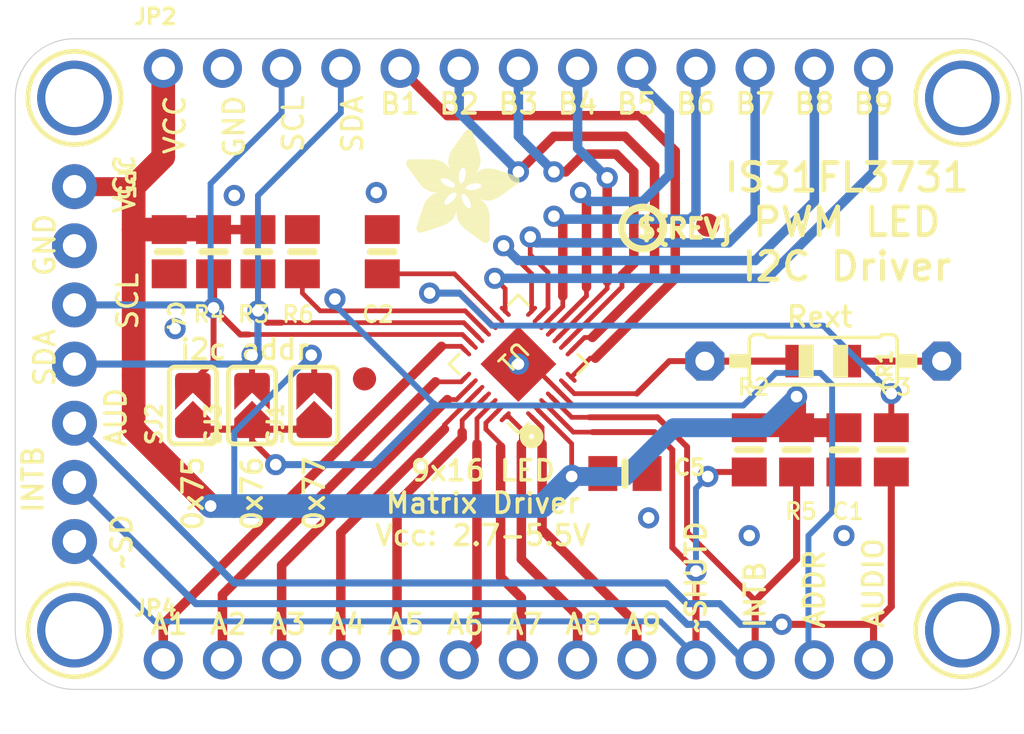
<source format=kicad_pcb>
(kicad_pcb (version 20241229) (generator "pcbnew") (generator_version "9.0")
  (layers (0 "F.Cu" signal) (2 "B.Cu" signal) (13 "F.Paste" user) (15 "B.Paste" user) (5 "F.SilkS" user "F.Silkscreen") (7 "B.SilkS" user "B.Silkscreen") (1 "F.Mask" user) (3 "B.Mask" user) (25 "Edge.Cuts" user))
  (net 0 "")
  (net 1 "VCC")
  (net 2 "GND")
  (net 3 "CB1")
  (net 4 "CB2")
  (net 5 "CB3")
  (net 6 "CB4")
  (net 7 "CB5")
  (net 8 "CB6")
  (net 9 "CB7")
  (net 10 "CB8")
  (net 11 "CB9")
  (net 12 "CA1")
  (net 13 "CA2")
  (net 14 "CA3")
  (net 15 "CA4")
  (net 16 "CA5")
  (net 17 "CA6")
  (net 18 "CA7")
  (net 19 "CA8")
  (net 20 "CA9")
  (net 21 "ADDR")
  (net 22 "INTB")
  (net 23 "SCL")
  (net 24 "SDA")
  (net 25 "SHUTDOWN")
  (net 26 "AUDIOIN")
  (net 27 "N$3")
  (net 28 "N$2")
  (net 29 "N$1")
  (footprint "Adafruit IS31FL3731 Breakout:MOUNTINGHOLE_2.5_PLATED" (layer "F.Cu") (at 129.4511 93.5736 180)
    (property "Reference" "U$5" (hide yes))
    (property "Value" "MOUNTINGHOLE2.5" (hide yes))
    (pad "P$1" thru_hole circle (at 0 0 180) (size 3.2 3.2) (drill 2.5) (layers "*.Cu" "*.Mask"))
  )
  (footprint "Adafruit IS31FL3731 Breakout:1X13_ROUND_70" (layer "F.Cu") (at 148.5011 92.3036)
    (property "Reference" "JP2" (at -16.5862 -1.8288 0) (layer "F.SilkS") (effects (font (size 0.666496 0.666496) (thickness 0.146304)) (justify left bottom)))
    (property "Value" "")
    (pad "1" thru_hole circle (at -15.24 0 90) (size 1.6764 1.6764) (drill 1) (layers "*.Cu" "*.Mask") (net 1 "VCC"))
    (pad "2" thru_hole circle (at -12.7 0 90) (size 1.6764 1.6764) (drill 1) (layers "*.Cu" "*.Mask") (net 2 "GND"))
    (pad "3" thru_hole circle (at -10.16 0 90) (size 1.6764 1.6764) (drill 1) (layers "*.Cu" "*.Mask") (net 23 "SCL"))
    (pad "4" thru_hole circle (at -7.62 0 90) (size 1.6764 1.6764) (drill 1) (layers "*.Cu" "*.Mask") (net 24 "SDA"))
    (pad "5" thru_hole circle (at -5.08 0 90) (size 1.6764 1.6764) (drill 1) (layers "*.Cu" "*.Mask") (net 3 "CB1"))
    (pad "6" thru_hole circle (at -2.54 0 90) (size 1.6764 1.6764) (drill 1) (layers "*.Cu" "*.Mask") (net 4 "CB2"))
    (pad "7" thru_hole circle (at 0 0 90) (size 1.6764 1.6764) (drill 1) (layers "*.Cu" "*.Mask") (net 5 "CB3"))
    (pad "8" thru_hole circle (at 2.54 0 90) (size 1.6764 1.6764) (drill 1) (layers "*.Cu" "*.Mask") (net 6 "CB4"))
    (pad "9" thru_hole circle (at 5.08 0 90) (size 1.6764 1.6764) (drill 1) (layers "*.Cu" "*.Mask") (net 7 "CB5"))
    (pad "10" thru_hole circle (at 7.62 0 90) (size 1.6764 1.6764) (drill 1) (layers "*.Cu" "*.Mask") (net 8 "CB6"))
    (pad "11" thru_hole circle (at 10.16 0 90) (size 1.6764 1.6764) (drill 1) (layers "*.Cu" "*.Mask") (net 9 "CB7"))
    (pad "12" thru_hole circle (at 12.7 0 90) (size 1.6764 1.6764) (drill 1) (layers "*.Cu" "*.Mask") (net 10 "CB8"))
    (pad "13" thru_hole circle (at 15.24 0 90) (size 1.6764 1.6764) (drill 1) (layers "*.Cu" "*.Mask") (net 11 "CB9"))
  )
  (footprint "Adafruit IS31FL3731 Breakout:SOLDERJUMPER_ARROW_NOPASTE" (layer "F.Cu") (at 134.5311 106.7816 90)
    (property "Reference" "SJ2" (at -1.778 -1.27 90) (layer "F.SilkS") (effects (font (size 0.666496 0.666496) (thickness 0.146304)) (justify left bottom)))
    (property "Value" "")
    (fp_poly (pts (xy 0.201021 0) (xy -0.560979 0.762) (xy -1.1684 0.762) (xy -1.1684 -0.762) (xy -0.560979 -0.762)) (fill yes) (layer "F.Cu"))
    (fp_poly (pts (xy 1.1684 0.762) (xy -0.186831 0.762) (xy 0.548892 0) (xy -0.186831 -0.762) (xy 1.1684 -0.762)) (fill yes) (layer "F.Cu"))
    (pad "1" smd roundrect (at -1.016 0 90) (size 0.762 1.524) (layers "F.Cu") (net 21 "ADDR"))
    (pad "2" smd roundrect (at 1.016 0 90) (size 0.762 1.524) (layers "F.Cu") (net 23 "SCL"))
  )
  (footprint "Adafruit IS31FL3731 Breakout:0805-NO" (layer "F.Cu") (at 153.0731 109.7026)
    (property "Reference" "C5" (at 2.032 0.127 0) (layer "F.SilkS") (effects (font (size 0.666496 0.666496) (thickness 0.146304)) (justify left bottom)))
    (property "Value" "0.1uF")
    (pad "1" smd rect (at -0.95 0) (size 1.24 1.5) (layers "F.Cu" "F.Mask" "F.Paste") (net 1 "VCC"))
    (pad "2" smd rect (at 0.95 0) (size 1.24 1.5) (layers "F.Cu" "F.Mask" "F.Paste") (net 2 "GND"))
  )
  (footprint "Adafruit IS31FL3731 Breakout:PCBFEAT-REV-040" (layer "F.Cu") (at 153.8351 99.1616)
    (property "Reference" "U$11" (hide yes))
    (property "Value" "" (hide yes))
    (fp_text user "${REV}" (at -0.3556 0.508 0) (layer "F.SilkS") (effects (font (size 0.8128 0.8128) (thickness 0.2032)) (justify left bottom)))
  )
  (footprint "Adafruit IS31FL3731 Breakout:FIDUCIAL_1MM" (layer "F.Cu") (at 156.6291 99.0346 180)
    (property "Reference" "FID1" (hide yes))
    (property "Value" "FIDUCIAL\"\"" (hide yes))
    (pad "1" smd roundrect (at 0 0 180) (size 1 1) (layers "F.Cu" "F.Mask") (roundrect_rratio 0.5))
  )
  (footprint "Adafruit IS31FL3731 Breakout:0805-NO" (layer "F.Cu") (at 160.4391 108.6866 90)
    (property "Reference" "R5" (at -3.048 -0.5715 0) (layer "F.SilkS") (effects (font (size 0.692831 0.692831) (thickness 0.119969)) (justify left bottom)))
    (property "Value" "20K")
    (pad "1" smd rect (at -0.95 0 90) (size 1.24 1.5) (layers "F.Cu" "F.Mask" "F.Paste") (net 22 "INTB"))
    (pad "2" smd rect (at 0.95 0 90) (size 1.24 1.5) (layers "F.Cu" "F.Mask" "F.Paste") (net 1 "VCC"))
  )
  (footprint "Adafruit IS31FL3731 Breakout:0805-NO" (layer "F.Cu") (at 135.4201 100.1776 90)
    (property "Reference" "R4" (at -2.286 0.5715 0) (layer "F.SilkS") (effects (font (size 0.692831 0.692831) (thickness 0.119969)) (justify right top)))
    (property "Value" "20K")
    (pad "1" smd rect (at -0.95 0 90) (size 1.24 1.5) (layers "F.Cu" "F.Mask" "F.Paste") (net 23 "SCL"))
    (pad "2" smd rect (at 0.95 0 90) (size 1.24 1.5) (layers "F.Cu" "F.Mask" "F.Paste") (net 1 "VCC"))
  )
  (footprint "Adafruit IS31FL3731 Breakout:FIDUCIAL_1MM" (layer "F.Cu") (at 141.8971 105.6386 180)
    (property "Reference" "FID2" (hide yes))
    (property "Value" "FIDUCIAL\"\"" (hide yes))
    (pad "1" smd roundrect (at 0 0 180) (size 1 1) (layers "F.Cu" "F.Mask") (roundrect_rratio 0.5))
  )
  (footprint "Adafruit IS31FL3731 Breakout:1X13_ROUND_70" (layer "F.Cu") (at 148.5011 117.7036)
    (property "Reference" "JP4" (at -16.5862 -1.8288 0) (layer "F.SilkS") (effects (font (size 0.666496 0.666496) (thickness 0.146304)) (justify left bottom)))
    (property "Value" "")
    (pad "1" thru_hole circle (at -15.24 0 90) (size 1.6764 1.6764) (drill 1) (layers "*.Cu" "*.Mask") (net 12 "CA1"))
    (pad "2" thru_hole circle (at -12.7 0 90) (size 1.6764 1.6764) (drill 1) (layers "*.Cu" "*.Mask") (net 13 "CA2"))
    (pad "3" thru_hole circle (at -10.16 0 90) (size 1.6764 1.6764) (drill 1) (layers "*.Cu" "*.Mask") (net 14 "CA3"))
    (pad "4" thru_hole circle (at -7.62 0 90) (size 1.6764 1.6764) (drill 1) (layers "*.Cu" "*.Mask") (net 15 "CA4"))
    (pad "5" thru_hole circle (at -5.08 0 90) (size 1.6764 1.6764) (drill 1) (layers "*.Cu" "*.Mask") (net 16 "CA5"))
    (pad "6" thru_hole circle (at -2.54 0 90) (size 1.6764 1.6764) (drill 1) (layers "*.Cu" "*.Mask") (net 17 "CA6"))
    (pad "7" thru_hole circle (at 0 0 90) (size 1.6764 1.6764) (drill 1) (layers "*.Cu" "*.Mask") (net 18 "CA7"))
    (pad "8" thru_hole circle (at 2.54 0 90) (size 1.6764 1.6764) (drill 1) (layers "*.Cu" "*.Mask") (net 19 "CA8"))
    (pad "9" thru_hole circle (at 5.08 0 90) (size 1.6764 1.6764) (drill 1) (layers "*.Cu" "*.Mask") (net 20 "CA9"))
    (pad "10" thru_hole circle (at 7.62 0 90) (size 1.6764 1.6764) (drill 1) (layers "*.Cu" "*.Mask") (net 25 "SHUTDOWN"))
    (pad "11" thru_hole circle (at 10.16 0 90) (size 1.6764 1.6764) (drill 1) (layers "*.Cu" "*.Mask") (net 22 "INTB"))
    (pad "12" thru_hole circle (at 12.7 0 90) (size 1.6764 1.6764) (drill 1) (layers "*.Cu" "*.Mask") (net 21 "ADDR"))
    (pad "13" thru_hole circle (at 15.24 0 90) (size 1.6764 1.6764) (drill 1) (layers "*.Cu" "*.Mask") (net 26 "AUDIOIN"))
  )
  (footprint "Adafruit IS31FL3731 Breakout:1X07_ROUND_76" (layer "F.Cu") (at 129.4511 105.0036 -90)
    (property "Reference" "JP5" (at -8.9662 -1.8288 270) (layer "F.SilkS") (effects (font (size 0.666496 0.666496) (thickness 0.146304)) (justify left bottom)))
    (property "Value" "")
    (pad "1" thru_hole circle (at -7.62 0) (size 1.9304 1.9304) (drill 1) (layers "*.Cu" "*.Mask") (net 1 "VCC"))
    (pad "2" thru_hole circle (at -5.08 0) (size 1.9304 1.9304) (drill 1) (layers "*.Cu" "*.Mask") (net 2 "GND"))
    (pad "3" thru_hole circle (at -2.54 0) (size 1.9304 1.9304) (drill 1) (layers "*.Cu" "*.Mask") (net 23 "SCL"))
    (pad "4" thru_hole circle (at 0 0) (size 1.9304 1.9304) (drill 1) (layers "*.Cu" "*.Mask") (net 24 "SDA"))
    (pad "5" thru_hole circle (at 2.54 0) (size 1.9304 1.9304) (drill 1) (layers "*.Cu" "*.Mask") (net 26 "AUDIOIN"))
    (pad "6" thru_hole circle (at 5.08 0) (size 1.9304 1.9304) (drill 1) (layers "*.Cu" "*.Mask") (net 22 "INTB"))
    (pad "7" thru_hole circle (at 7.62 0) (size 1.9304 1.9304) (drill 1) (layers "*.Cu" "*.Mask") (net 25 "SHUTDOWN"))
  )
  (footprint "Adafruit IS31FL3731 Breakout:SOLDERJUMPER_ARROW_NOPASTE" (layer "F.Cu") (at 137.0711 106.7816 90)
    (property "Reference" "SJ3" (at -1.778 -1.27 90) (layer "F.SilkS") (effects (font (size 0.666496 0.666496) (thickness 0.146304)) (justify left bottom)))
    (property "Value" "")
    (fp_poly (pts (xy 0.201021 0) (xy -0.560979 0.762) (xy -1.1684 0.762) (xy -1.1684 -0.762) (xy -0.560979 -0.762)) (fill yes) (layer "F.Cu"))
    (fp_poly (pts (xy 1.1684 0.762) (xy -0.186831 0.762) (xy 0.548892 0) (xy -0.186831 -0.762) (xy 1.1684 -0.762)) (fill yes) (layer "F.Cu"))
    (pad "1" smd roundrect (at -1.016 0 90) (size 0.762 1.524) (layers "F.Cu") (net 21 "ADDR"))
    (pad "2" smd roundrect (at 1.016 0 90) (size 0.762 1.524) (layers "F.Cu") (net 24 "SDA"))
  )
  (footprint "Adafruit IS31FL3731 Breakout:0805-NO" (layer "F.Cu") (at 158.4071 108.6866 -90)
    (property "Reference" "R2" (at -2.286 0.5715 0) (layer "F.SilkS") (effects (font (size 0.692831 0.692831) (thickness 0.119969)) (justify left bottom)))
    (property "Value" "20K")
    (pad "1" smd rect (at -0.95 0 270) (size 1.24 1.5) (layers "F.Cu" "F.Mask" "F.Paste") (net 1 "VCC"))
    (pad "2" smd rect (at 0.95 0 270) (size 1.24 1.5) (layers "F.Cu" "F.Mask" "F.Paste") (net 25 "SHUTDOWN"))
  )
  (footprint "Adafruit IS31FL3731 Breakout:MOUNTINGHOLE_2.5_PLATED" (layer "F.Cu") (at 167.5511 116.4336 180)
    (property "Reference" "U$4" (hide yes))
    (property "Value" "MOUNTINGHOLE2.5" (hide yes))
    (pad "P$1" thru_hole circle (at 0 0 180) (size 3.2 3.2) (drill 2.5) (layers "*.Cu" "*.Mask"))
  )
  (footprint "Adafruit IS31FL3731 Breakout:MOUNTINGHOLE_2.5_PLATED" (layer "F.Cu") (at 167.5511 93.5736 180)
    (property "Reference" "U$6" (hide yes))
    (property "Value" "MOUNTINGHOLE2.5" (hide yes))
    (pad "P$1" thru_hole circle (at 0 0 180) (size 3.2 3.2) (drill 2.5) (layers "*.Cu" "*.Mask"))
  )
  (footprint "Adafruit IS31FL3731 Breakout:0805-NO" (layer "F.Cu") (at 137.3251 100.1776 90)
    (property "Reference" "R3" (at -2.286 0.5715 0) (layer "F.SilkS") (effects (font (size 0.692831 0.692831) (thickness 0.119969)) (justify right top)))
    (property "Value" "20K")
    (pad "1" smd rect (at -0.95 0 90) (size 1.24 1.5) (layers "F.Cu" "F.Mask" "F.Paste") (net 24 "SDA"))
    (pad "2" smd rect (at 0.95 0 90) (size 1.24 1.5) (layers "F.Cu" "F.Mask" "F.Paste") (net 1 "VCC"))
  )
  (footprint "Adafruit IS31FL3731 Breakout:MOUNTINGHOLE_2.5_PLATED" (layer "F.Cu") (at 129.4511 116.4336 180)
    (property "Reference" "U$3" (hide yes))
    (property "Value" "MOUNTINGHOLE2.5" (hide yes))
    (pad "P$1" thru_hole circle (at 0 0 180) (size 3.2 3.2) (drill 2.5) (layers "*.Cu" "*.Mask"))
  )
  (footprint "Adafruit IS31FL3731 Breakout:SOLDERJUMPER_ARROW_NOPASTE" (layer "F.Cu") (at 139.7381 106.7816 90)
    (property "Reference" "SJ1" (at -1.778 -1.27 90) (layer "F.SilkS") (effects (font (size 0.666496 0.666496) (thickness 0.146304)) (justify left bottom)))
    (property "Value" "")
    (fp_poly (pts (xy 0.201021 0) (xy -0.560979 0.762) (xy -1.1684 0.762) (xy -1.1684 -0.762) (xy -0.560979 -0.762)) (fill yes) (layer "F.Cu"))
    (fp_poly (pts (xy 1.1684 0.762) (xy -0.186831 0.762) (xy 0.548892 0) (xy -0.186831 -0.762) (xy 1.1684 -0.762)) (fill yes) (layer "F.Cu"))
    (pad "1" smd roundrect (at -1.016 0 90) (size 0.762 1.524) (layers "F.Cu") (net 21 "ADDR"))
    (pad "2" smd roundrect (at 1.016 0 90) (size 0.762 1.524) (layers "F.Cu") (net 1 "VCC"))
  )
  (footprint "Adafruit IS31FL3731 Breakout:QFN28_4MM_0.4MM" (layer "F.Cu") (at 148.5011 105.0036 135)
    (property "Reference" "U1" (at 0.782239 0.818345 -135) (layer "F.SilkS") (effects (font (size 0.692831 0.692831) (thickness 0.119969)) (justify left bottom)))
    (property "Value" "IS31FL3731-SALS2")
    (pad "1" smd roundrect (at -2 -1.200001 225) (size 0.18 0.6) (layers "F.Cu" "F.Mask" "F.Paste") (roundrect_rratio 0.5) (net 20 "CA9"))
    (pad "2" smd roundrect (at -2 -0.8 225) (size 0.18 0.6) (layers "F.Cu" "F.Mask" "F.Paste") (roundrect_rratio 0.5) (net 1 "VCC"))
    (pad "3" smd roundrect (at -2 -0.4 225) (size 0.18 0.6) (layers "F.Cu" "F.Mask" "F.Paste") (roundrect_rratio 0.5) (net 25 "SHUTDOWN"))
    (pad "4" smd roundrect (at -2.000001 0 225) (size 0.18 0.6) (layers "F.Cu" "F.Mask" "F.Paste") (roundrect_rratio 0.5) (net 22 "INTB"))
    (pad "5" smd roundrect (at -2 0.4 225) (size 0.18 0.6) (layers "F.Cu" "F.Mask" "F.Paste") (roundrect_rratio 0.5) (net 2 "GND"))
    (pad "6" smd roundrect (at -2 0.8 225) (size 0.18 0.6) (layers "F.Cu" "F.Mask" "F.Paste") (roundrect_rratio 0.5) (net 28 "N$2"))
    (pad "7" smd roundrect (at -2 1.200001 225) (size 0.18 0.6) (layers "F.Cu" "F.Mask" "F.Paste") (roundrect_rratio 0.5) (net 3 "CB1"))
    (pad "8" smd roundrect (at -1.200001 2 315) (size 0.18 0.6) (layers "F.Cu" "F.Mask" "F.Paste") (roundrect_rratio 0.5) (net 4 "CB2"))
    (pad "9" smd roundrect (at -0.8 2 315) (size 0.18 0.6) (layers "F.Cu" "F.Mask" "F.Paste") (roundrect_rratio 0.5) (net 5 "CB3"))
    (pad "10" smd roundrect (at -0.4 2 315) (size 0.18 0.6) (layers "F.Cu" "F.Mask" "F.Paste") (roundrect_rratio 0.5) (net 6 "CB4"))
    (pad "11" smd roundrect (at 0 2.000001 315) (size 0.18 0.6) (layers "F.Cu" "F.Mask" "F.Paste") (roundrect_rratio 0.5) (net 7 "CB5"))
    (pad "12" smd roundrect (at 0.4 2 315) (size 0.18 0.6) (layers "F.Cu" "F.Mask" "F.Paste") (roundrect_rratio 0.5) (net 8 "CB6"))
    (pad "13" smd roundrect (at 0.8 2 315) (size 0.18 0.6) (layers "F.Cu" "F.Mask" "F.Paste") (roundrect_rratio 0.5) (net 9 "CB7"))
    (pad "14" smd roundrect (at 1.200001 2 315) (size 0.18 0.6) (layers "F.Cu" "F.Mask" "F.Paste") (roundrect_rratio 0.5) (net 10 "CB8"))
    (pad "15" smd roundrect (at 2 1.200001 45) (size 0.18 0.6) (layers "F.Cu" "F.Mask" "F.Paste") (roundrect_rratio 0.5) (net 11 "CB9"))
    (pad "16" smd roundrect (at 2 0.8 45) (size 0.18 0.6) (layers "F.Cu" "F.Mask" "F.Paste") (roundrect_rratio 0.5) (net 29 "N$1"))
    (pad "17" smd roundrect (at 2 0.4 45) (size 0.18 0.6) (layers "F.Cu" "F.Mask" "F.Paste") (roundrect_rratio 0.5) (net 27 "N$3"))
    (pad "18" smd roundrect (at 2.000001 0 45) (size 0.18 0.6) (layers "F.Cu" "F.Mask" "F.Paste") (roundrect_rratio 0.5) (net 21 "ADDR"))
    (pad "19" smd roundrect (at 2 -0.4 45) (size 0.18 0.6) (layers "F.Cu" "F.Mask" "F.Paste") (roundrect_rratio 0.5) (net 24 "SDA"))
    (pad "20" smd roundrect (at 2 -0.8 45) (size 0.18 0.6) (layers "F.Cu" "F.Mask" "F.Paste") (roundrect_rratio 0.5) (net 23 "SCL"))
    (pad "21" smd roundrect (at 2 -1.200001 45) (size 0.18 0.6) (layers "F.Cu" "F.Mask" "F.Paste") (roundrect_rratio 0.5) (net 12 "CA1"))
    (pad "22" smd roundrect (at 1.200001 -2 135) (size 0.18 0.6) (layers "F.Cu" "F.Mask" "F.Paste") (roundrect_rratio 0.5) (net 13 "CA2"))
    (pad "23" smd roundrect (at 0.8 -2 135) (size 0.18 0.6) (layers "F.Cu" "F.Mask" "F.Paste") (roundrect_rratio 0.5) (net 14 "CA3"))
    (pad "24" smd roundrect (at 0.4 -2 135) (size 0.18 0.6) (layers "F.Cu" "F.Mask" "F.Paste") (roundrect_rratio 0.5) (net 15 "CA4"))
    (pad "25" smd roundrect (at 0 -2.000001 135) (size 0.18 0.6) (layers "F.Cu" "F.Mask" "F.Paste") (roundrect_rratio 0.5) (net 16 "CA5"))
    (pad "26" smd roundrect (at -0.4 -2 135) (size 0.18 0.6) (layers "F.Cu" "F.Mask" "F.Paste") (roundrect_rratio 0.5) (net 17 "CA6"))
    (pad "27" smd roundrect (at -0.8 -2 135) (size 0.18 0.6) (layers "F.Cu" "F.Mask" "F.Paste") (roundrect_rratio 0.5) (net 18 "CA7"))
    (pad "28" smd roundrect (at -1.200001 -2 135) (size 0.18 0.6) (layers "F.Cu" "F.Mask" "F.Paste") (roundrect_rratio 0.5) (net 19 "CA8"))
    (pad "THERMAL" smd rect (at 0 0 135) (size 2.3 2.3) (layers "F.Cu" "F.Mask") (net 2 "GND"))
  )
  (footprint "Adafruit IS31FL3731 Breakout:0805-NO" (layer "F.Cu") (at 142.6591 100.1776 90)
    (property "Reference" "C2" (at -2.286 0.5715 0) (layer "F.SilkS") (effects (font (size 0.692831 0.692831) (thickness 0.119969)) (justify right top)))
    (property "Value" "0.1uF")
    (pad "1" smd rect (at -0.95 0 90) (size 1.24 1.5) (layers "F.Cu" "F.Mask" "F.Paste") (net 29 "N$1"))
    (pad "2" smd rect (at 0.95 0 90) (size 1.24 1.5) (layers "F.Cu" "F.Mask" "F.Paste") (net 2 "GND"))
  )
  (footprint "Adafruit IS31FL3731 Breakout:0805-NO" (layer "F.Cu") (at 139.2301 100.1776 -90)
    (property "Reference" "R6" (at 2.286 -0.5715 0) (layer "F.SilkS") (effects (font (size 0.692831 0.692831) (thickness 0.119969)) (justify right top)))
    (property "Value" "20K")
    (pad "1" smd rect (at -0.95 0 270) (size 1.24 1.5) (layers "F.Cu" "F.Mask" "F.Paste") (net 2 "GND"))
    (pad "2" smd rect (at 0.95 0 270) (size 1.24 1.5) (layers "F.Cu" "F.Mask" "F.Paste") (net 21 "ADDR"))
  )
  (footprint "Adafruit IS31FL3731 Breakout:0805-NO" (layer "F.Cu") (at 133.5151 100.1776 -90)
    (property "Reference" "C4" (at 2.032 0.127 270) (layer "F.SilkS") (effects (font (size 0.666496 0.666496) (thickness 0.146304)) (justify left bottom)))
    (property "Value" "10uF")
    (pad "1" smd rect (at -0.95 0 270) (size 1.24 1.5) (layers "F.Cu" "F.Mask" "F.Paste") (net 1 "VCC"))
    (pad "2" smd rect (at 0.95 0 270) (size 1.24 1.5) (layers "F.Cu" "F.Mask" "F.Paste") (net 2 "GND"))
  )
  (footprint "Adafruit IS31FL3731 Breakout:0805-NO" (layer "F.Cu") (at 162.4711 108.6866 -90)
    (property "Reference" "C1" (at 3.048 0.5715 0) (layer "F.SilkS") (effects (font (size 0.692831 0.692831) (thickness 0.119969)) (justify left bottom)))
    (property "Value" "10uF")
    (pad "1" smd rect (at -0.95 0 270) (size 1.24 1.5) (layers "F.Cu" "F.Mask" "F.Paste") (net 1 "VCC"))
    (pad "2" smd rect (at 0.95 0 270) (size 1.24 1.5) (layers "F.Cu" "F.Mask" "F.Paste") (net 2 "GND"))
  )
  (footprint "Adafruit IS31FL3731 Breakout:0805-NO" (layer "F.Cu") (at 164.5031 108.6866 -90)
    (property "Reference" "C3" (at -2.286 0.5715 0) (layer "F.SilkS") (effects (font (size 0.692831 0.692831) (thickness 0.119969)) (justify left bottom)))
    (property "Value" "0.22uF")
    (pad "1" smd rect (at -0.95 0 270) (size 1.24 1.5) (layers "F.Cu" "F.Mask" "F.Paste") (net 27 "N$3"))
    (pad "2" smd rect (at 0.95 0 270) (size 1.24 1.5) (layers "F.Cu" "F.Mask" "F.Paste") (net 26 "AUDIOIN"))
  )
  (footprint "Adafruit IS31FL3731 Breakout:ADAFRUIT_5MM" (layer "F.Cu") (at 143.6751 99.7966)
    (property "Reference" "U$10" (hide yes))
    (property "Value" "" (hide yes))
  )
  (footprint "Adafruit IS31FL3731 Breakout:0805-THM" (layer "F.Cu") (at 161.5821 104.8766 180)
    (property "Reference" "R1" (at -2.286 0.5715 90) (layer "F.SilkS") (effects (font (size 0.60706 0.60706) (thickness 0.20574)) (justify right top)))
    (property "Value" "20K")
    (fp_line (start 1 0) (end 5.1 0) (stroke (width 0.3048)) (layer "F.Cu"))
    (fp_line (start -4.5 0) (end -1.1 0) (stroke (width 0.3048)) (layer "F.Cu"))
    (fp_poly (pts (xy 0.4254 0.7) (xy 1.6254 0.7) (xy 1.6254 -0.7) (xy 0.4254 -0.7)) (fill yes) (layer "F.Cu"))
    (fp_poly (pts (xy -1.6254 0.7) (xy -0.4254 0.7) (xy -0.4254 -0.7) (xy -1.6254 -0.7)) (fill yes) (layer "F.Cu"))
    (pad "1" thru_hole roundrect (at -5.08 0 180) (size 1.6764 1.6764) (drill 0.8128) (layers "*.Cu" "*.Mask") (chamfer_ratio 0.2928932188) (chamfer top_left top_right bottom_left bottom_right) (net 2 "GND"))
    (pad "2" thru_hole roundrect (at 5.08 0 180) (size 1.6764 1.6764) (drill 0.8128) (layers "*.Cu" "*.Mask") (chamfer_ratio 0.2928932188) (chamfer top_left top_right bottom_left bottom_right) (net 28 "N$2"))
  )
  (gr_line (start 170.0911 93.5736) (end 170.0911 116.4336) (stroke (width 0.05)) (layer "Edge.Cuts"))
  (gr_arc (start 170.0911 116.4336) (mid 169.347151 118.229651) (end 167.5511 118.9736) (stroke (width 0.05)) (layer "Edge.Cuts"))
  (gr_line (start 167.5511 118.9736) (end 129.4511 118.9736) (stroke (width 0.05)) (layer "Edge.Cuts"))
  (gr_line (start 126.9111 116.4336) (end 126.9111 93.5736) (stroke (width 0.05)) (layer "Edge.Cuts"))
  (gr_line (start 129.4511 91.0336) (end 167.5511 91.0336) (stroke (width 0.05)) (layer "Edge.Cuts"))
  (gr_arc (start 167.5511 91.0336) (mid 169.347151 91.777549) (end 170.0911 93.5736) (stroke (width 0.05)) (layer "Edge.Cuts"))
  (gr_arc (start 129.4511 118.9736) (mid 127.655049 118.229651) (end 126.9111 116.4336) (stroke (width 0.05)) (layer "Edge.Cuts"))
  (gr_arc (start 126.9111 93.5736) (mid 127.655049 91.777549) (end 129.4511 91.0336) (stroke (width 0.05)) (layer "Edge.Cuts"))
  (gr_text "B3" (at 148.5011 93.8276 0) (layer "F.SilkS") (effects (font (size 0.8636 0.8636) (thickness 0.1524))))
  (gr_text "B7" (at 158.6611 93.8276 0) (layer "F.SilkS") (effects (font (size 0.8636 0.8636) (thickness 0.1524))))
  (gr_text "AUDIO" (at 163.7411 114.4016 90) (layer "F.SilkS") (effects (font (size 0.8636 0.8636) (thickness 0.1524))))
  (gr_text "B8" (at 161.2011 93.8276 0) (layer "F.SilkS") (effects (font (size 0.8636 0.8636) (thickness 0.1524))))
  (gr_text "ADDR" (at 161.2011 114.6556 90) (layer "F.SilkS") (effects (font (size 0.8636 0.8636) (thickness 0.1524))))
  (gr_text "A4" (at 141.1351 116.1796 0) (layer "F.SilkS") (effects (font (size 0.8636 0.8636) (thickness 0.1524))))
  (gr_text "INTB" (at 127.6731 109.9566 90) (layer "F.SilkS") (effects (font (size 0.8636 0.8636) (thickness 0.1524))))
  (gr_text "~SHUTD" (at 156.1211 114.1476 90) (layer "F.SilkS") (effects (font (size 0.8636 0.8636) (thickness 0.1524))))
  (gr_text "0x77" (at 140.2461 112.2426 90) (layer "F.SilkS") (effects (font (size 0.8636 0.8636) (thickness 0.1524)) (justify left bottom)))
  (gr_text "A1" (at 133.5151 116.1796 0) (layer "F.SilkS") (effects (font (size 0.8636 0.8636) (thickness 0.1524))))
  (gr_text "A2" (at 136.0551 116.1796 0) (layer "F.SilkS") (effects (font (size 0.8636 0.8636) (thickness 0.1524))))
  (gr_text "A5" (at 143.6751 116.1796 0) (layer "F.SilkS") (effects (font (size 0.8636 0.8636) (thickness 0.1524))))
  (gr_text "SDA" (at 128.686662 106.059417 90) (layer "F.SilkS") (effects (font (size 0.87376 0.87376) (thickness 0.14224)) (justify left bottom)))
  (gr_text "9x16 LED\nMatrix Driver\nVcc: 2.7-5.5V" (at 146.9771 110.9726 0) (layer "F.SilkS") (effects (font (size 0.8636 0.8636) (thickness 0.1524))))
  (gr_text "0x75" (at 135.0391 112.2426 90) (layer "F.SilkS") (effects (font (size 0.8636 0.8636) (thickness 0.1524)) (justify left bottom)))
  (gr_text "A9" (at 153.8351 116.1796 0) (layer "F.SilkS") (effects (font (size 0.8636 0.8636) (thickness 0.1524))))
  (gr_text "VCC" (at 132.115662 98.608025 90) (layer "F.SilkS") (effects (font (size 0.87376 0.87376) (thickness 0.14224)) (justify left bottom)))
  (gr_text "B4" (at 151.0411 93.8276 0) (layer "F.SilkS") (effects (font (size 0.8636 0.8636) (thickness 0.1524))))
  (gr_text "A3" (at 138.5951 116.1796 0) (layer "F.SilkS") (effects (font (size 0.8636 0.8636) (thickness 0.1524))))
  (gr_text "SCL" (at 139.354662 95.98481 90) (layer "F.SilkS") (effects (font (size 0.87376 0.87376) (thickness 0.14224)) (justify left bottom)))
  (gr_text "A6" (at 146.2151 116.1796 0) (layer "F.SilkS") (effects (font (size 0.8636 0.8636) (thickness 0.1524))))
  (gr_text "A7" (at 148.7551 116.1796 0) (layer "F.SilkS") (effects (font (size 0.8636 0.8636) (thickness 0.1524))))
  (gr_text "Rext" (at 159.9311 103.4796 0) (layer "F.SilkS") (effects (font (size 0.8636 0.8636) (thickness 0.1524)) (justify left bottom)))
  (gr_text "~SD" (at 131.4831 112.6236 90) (layer "F.SilkS") (effects (font (size 0.8636 0.8636) (thickness 0.1524))))
  (gr_text "A8" (at 151.2951 116.1796 0) (layer "F.SilkS") (effects (font (size 0.8636 0.8636) (thickness 0.1524))))
  (gr_text "INTB" (at 158.6611 114.9096 90) (layer "F.SilkS") (effects (font (size 0.8636 0.8636) (thickness 0.1524))))
  (gr_text "AUD" (at 131.2291 107.2896 90) (layer "F.SilkS") (effects (font (size 0.8636 0.8636) (thickness 0.1524))))
  (gr_text "B5" (at 153.5811 93.8276 0) (layer "F.SilkS") (effects (font (size 0.8636 0.8636) (thickness 0.1524))))
  (gr_text "VCC" (at 134.274662 96.068025 90) (layer "F.SilkS") (effects (font (size 0.87376 0.87376) (thickness 0.14224)) (justify left bottom)))
  (gr_text "IS31FL3731\nPWM LED\nI2C Driver" (at 162.5981 98.9076 0) (layer "F.SilkS") (effects (font (size 1.18745 1.18745) (thickness 0.20955))))
  (gr_text "B6" (at 156.1211 93.8276 0) (layer "F.SilkS") (effects (font (size 0.8636 0.8636) (thickness 0.1524))))
  (gr_text "SCL" (at 132.242662 103.60481 90) (layer "F.SilkS") (effects (font (size 0.87376 0.87376) (thickness 0.14224)) (justify left bottom)))
  (gr_text "i2c addr" (at 133.8961 104.8766 0) (layer "F.SilkS") (effects (font (size 0.8636 0.8636) (thickness 0.1524)) (justify left bottom)))
  (gr_text "B9" (at 163.7411 93.8276 0) (layer "F.SilkS") (effects (font (size 0.8636 0.8636) (thickness 0.1524))))
  (gr_text "GND" (at 136.814662 96.234456 90) (layer "F.SilkS") (effects (font (size 0.87376 0.87376) (thickness 0.14224)) (justify left bottom)))
  (gr_text "GND" (at 128.686662 101.314456 90) (layer "F.SilkS") (effects (font (size 0.87376 0.87376) (thickness 0.14224)) (justify left bottom)))
  (gr_text "SDA" (at 141.894662 96.026417 90) (layer "F.SilkS") (effects (font (size 0.87376 0.87376) (thickness 0.14224)) (justify left bottom)))
  (gr_text "0x76" (at 137.5791 112.2426 90) (layer "F.SilkS") (effects (font (size 0.8636 0.8636) (thickness 0.1524)) (justify left bottom)))
  (gr_text "B1" (at 143.4211 93.8276 0) (layer "F.SilkS") (effects (font (size 0.8636 0.8636) (thickness 0.1524))))
  (gr_text "B2" (at 145.9611 93.8276 0) (layer "F.SilkS") (effects (font (size 0.8636 0.8636) (thickness 0.1524))))
  (segment (start 135.4201 99.2276) (end 133.5151 99.2276) (width 1.016) (layer "F.Cu") (net 1))
  (segment (start 131.9911 99.2276) (end 131.9911 97.5106) (width 1.016) (layer "F.Cu") (net 1))
  (segment (start 149.349628 106.9835) (end 150.7871 108.420972) (width 0.2032) (layer "F.Cu") (net 1))
  (segment (start 131.9911 107.7976) (end 131.9911 105.5116) (width 1.016) (layer "F.Cu") (net 1))
  (segment (start 131.9911 97.5106) (end 131.9911 97.3836) (width 1.016) (layer "F.Cu") (net 1))
  (segment (start 151.9961 109.8296) (end 150.7871 109.8296) (width 0.4064) (layer "F.Cu") (net 1))
  (segment (start 160.4391 106.4006) (end 160.4391 107.7366) (width 0.8128) (layer "F.Cu") (net 1))
  (segment (start 133.2611 96.1136) (end 133.2611 92.3036) (width 1.016) (layer "F.Cu") (net 1))
  (segment (start 150.7871 108.420972) (end 150.7871 109.8296) (width 0.2032) (layer "F.Cu") (net 1))
  (segment (start 162.4711 107.7366) (end 160.4391 107.7366) (width 0.8128) (layer "F.Cu") (net 1))
  (segment (start 152.1231 109.7026) (end 151.9961 109.8296) (width 0.254) (layer "F.Cu") (net 1))
  (segment (start 129.4511 97.3836) (end 131.8641 97.3836) (width 0.8128) (layer "F.Cu") (net 1))
  (segment (start 131.9911 107.7976) (end 135.2931 111.0996) (width 1.016) (layer "F.Cu") (net 1))
  (segment (start 133.5151 99.2276) (end 131.9911 99.2276) (width 1.016) (layer "F.Cu") (net 1))
  (segment (start 132.1816 97.1931) (end 133.2611 96.1136) (width 1.016) (layer "F.Cu") (net 1))
  (segment (start 139.7381 105.7656) (end 139.7381 104.7496) (width 0.254) (layer "F.Cu") (net 1))
  (segment (start 131.8641 97.3836) (end 131.9911 97.5106) (width 0.8128) (layer "F.Cu") (net 1))
  (segment (start 132.2476 97.1931) (end 132.1816 97.1931) (width 0.8128) (layer "F.Cu") (net 1))
  (segment (start 131.9911 105.5116) (end 131.9911 99.2276) (width 1.016) (layer "F.Cu") (net 1))
  (segment (start 160.4391 107.7366) (end 158.4071 107.7366) (width 0.8128) (layer "F.Cu") (net 1))
  (segment (start 139.7381 104.7496) (end 139.6111 104.6226) (width 0.254) (layer "F.Cu") (net 1))
  (segment (start 135.4201 99.2276) (end 137.3251 99.2276) (width 0.4064) (layer "F.Cu") (net 1))
  (segment (start 132.2451 105.7656) (end 131.9911 105.5116) (width 0.3048) (layer "F.Cu") (net 1))
  (segment (start 131.9911 97.3836) (end 132.1816 97.1931) (width 1.016) (layer "F.Cu") (net 1))
  (via (at 160.4391 106.4006) (size 0.9064) (drill 0.5) (layers "F.Cu" "B.Cu") (net 1))
  (via (at 139.6111 104.6226) (size 0.9064) (drill 0.5) (layers "F.Cu" "B.Cu") (net 1))
  (via (at 150.7871 109.8296) (size 0.9064) (drill 0.5) (layers "F.Cu" "B.Cu") (net 1))
  (via (at 135.2931 111.0996) (size 0.9064) (drill 0.5) (layers "F.Cu" "B.Cu") (net 1))
  (segment (start 150.7871 109.8296) (end 153.0731 109.8296) (width 0.8128) (layer "B.Cu") (net 1))
  (segment (start 139.6111 104.6226) (end 136.3091 107.9246) (width 0.254) (layer "B.Cu") (net 1))
  (segment (start 159.1031 107.7366) (end 160.4391 106.4006) (width 0.8128) (layer "B.Cu") (net 1))
  (segment (start 149.5171 111.0996) (end 150.7871 109.8296) (width 1.016) (layer "B.Cu") (net 1))
  (segment (start 155.1661 107.7366) (end 159.1031 107.7366) (width 0.8128) (layer "B.Cu") (net 1))
  (segment (start 153.0731 109.8296) (end 155.1661 107.7366) (width 0.8128) (layer "B.Cu") (net 1))
  (segment (start 136.3091 111.0996) (end 149.5171 111.0996) (width 1.016) (layer "B.Cu") (net 1))
  (segment (start 136.3091 107.9246) (end 136.3091 111.0996) (width 0.254) (layer "B.Cu") (net 1))
  (segment (start 135.2931 111.0996) (end 136.3091 111.0996) (width 1.016) (layer "B.Cu") (net 1))
  (segment (start 150.198156 106.134972) (end 149.066784 105.0036) (width 0.2032) (layer "F.Cu") (net 2))
  (segment (start 149.066784 105.0036) (end 148.5011 105.0036) (width 0.2032) (layer "F.Cu") (net 2))
  (segment (start 150.198156 106.134972) (end 150.844784 106.7816) (width 0.2032) (layer "F.Cu") (net 2))
  (segment (start 150.844784 106.7816) (end 151.0411 106.7816) (width 0.2032) (layer "F.Cu") (net 2))
  (via (at 158.4071 112.3696) (size 0.9064) (drill 0.5) (layers "F.Cu" "B.Cu") (net 2))
  (via (at 162.4711 112.3696) (size 0.9064) (drill 0.5) (layers "F.Cu" "B.Cu") (net 2))
  (via (at 142.4051 97.6376) (size 0.9064) (drill 0.5) (layers "F.Cu" "B.Cu") (net 2))
  (via (at 148.5011 105.0036) (size 0.9064) (drill 0.5) (layers "F.Cu" "B.Cu") (net 2))
  (via (at 154.0891 111.6076) (size 0.9064) (drill 0.5) (layers "F.Cu" "B.Cu") (net 2))
  (via (at 133.7691 103.4796) (size 0.9064) (drill 0.5) (layers "F.Cu" "B.Cu") (net 2))
  (via (at 136.3091 97.7646) (size 0.9064) (drill 0.5) (layers "F.Cu" "B.Cu") (net 2))
  (segment (start 143.4211 92.3036) (end 145.4531 94.3356) (width 0.4064) (layer "F.Cu") (net 3))
  (segment (start 155.2321 95.8596) (end 155.2321 101.3206) (width 0.4064) (layer "F.Cu") (net 3))
  (segment (start 145.4531 94.3356) (end 153.7081 94.3356) (width 0.4064) (layer "F.Cu") (net 3))
  (segment (start 151.583528 104.7496) (end 150.76384 105.569288) (width 0.2032) (layer "F.Cu") (net 3))
  (segment (start 151.8031 104.7496) (end 151.583528 104.7496) (width 0.2032) (layer "F.Cu") (net 3))
  (segment (start 155.2321 101.3206) (end 151.8031 104.7496) (width 0.4064) (layer "F.Cu") (net 3))
  (segment (start 153.7081 94.3356) (end 155.2321 95.8596) (width 0.4064) (layer "F.Cu") (net 3))
  (segment (start 150.76384 104.437916) (end 151.341156 103.8606) (width 0.2032) (layer "F.Cu") (net 4))
  (segment (start 154.3431 101.1936) (end 154.3431 96.4946) (width 0.4064) (layer "F.Cu") (net 4))
  (segment (start 150.0251 95.2246) (end 148.5011 96.7486) (width 0.4064) (layer "F.Cu") (net 4))
  (segment (start 151.6761 103.8606) (end 154.3431 101.1936) (width 0.4064) (layer "F.Cu") (net 4))
  (segment (start 151.341156 103.8606) (end 151.6761 103.8606) (width 0.2032) (layer "F.Cu") (net 4))
  (segment (start 154.3431 96.4946) (end 153.0731 95.2246) (width 0.4064) (layer "F.Cu") (net 4))
  (segment (start 153.0731 95.2246) (end 150.0251 95.2246) (width 0.4064) (layer "F.Cu") (net 4))
  (via (at 148.5011 96.7486) (size 0.9064) (drill 0.5) (layers "F.Cu" "B.Cu") (net 4))
  (segment (start 145.9611 94.2086) (end 145.9611 92.3036) (width 0.4064) (layer "B.Cu") (net 4))
  (segment (start 148.5011 96.7486) (end 145.9611 94.2086) (width 0.4064) (layer "B.Cu") (net 4))
  (segment (start 151.2951 95.9866) (end 150.5331 96.7486) (width 0.4064) (layer "F.Cu") (net 5))
  (segment (start 153.4541 100.6856) (end 153.4541 96.7486) (width 0.4064) (layer "F.Cu") (net 5))
  (segment (start 153.4541 96.7486) (end 152.6921 95.9866) (width 0.4064) (layer "F.Cu") (net 5))
  (segment (start 150.5331 96.7486) (end 150.0251 96.7486) (width 0.4064) (layer "F.Cu") (net 5))
  (segment (start 152.6921 95.9866) (end 151.2951 95.9866) (width 0.4064) (layer "F.Cu") (net 5))
  (segment (start 152.9461 101.1936) (end 153.4541 100.6856) (width 0.4064) (layer "F.Cu") (net 5))
  (segment (start 150.480996 104.155072) (end 152.9461 101.689969) (width 0.2032) (layer "F.Cu") (net 5))
  (segment (start 152.9461 101.689969) (end 152.9461 101.1936) (width 0.2032) (layer "F.Cu") (net 5))
  (via (at 150.0251 96.7486) (size 0.9064) (drill 0.5) (layers "F.Cu" "B.Cu") (net 5))
  (segment (start 150.0251 96.7486) (end 148.5011 95.2246) (width 0.4064) (layer "B.Cu") (net 5))
  (segment (start 148.5011 95.2246) (end 148.5011 92.3036) (width 0.4064) (layer "B.Cu") (net 5))
  (segment (start 152.3111 101.759288) (end 152.3111 101.4476) (width 0.2032) (layer "F.Cu") (net 6))
  (segment (start 152.3111 101.4476) (end 152.3111 97.0026) (width 0.4064) (layer "F.Cu") (net 6))
  (segment (start 150.198156 103.872232) (end 152.3111 101.759288) (width 0.2032) (layer "F.Cu") (net 6))
  (via (at 152.3111 97.0026) (size 0.9064) (drill 0.5) (layers "F.Cu" "B.Cu") (net 6))
  (segment (start 152.3111 97.0026) (end 151.0411 95.7326) (width 0.4064) (layer "B.Cu") (net 6))
  (segment (start 151.0411 95.7326) (end 151.0411 92.3036) (width 0.4064) (layer "B.Cu") (net 6))
  (segment (start 151.4221 102.0826) (end 151.4221 101.7016) (width 0.2032) (layer "F.Cu") (net 7))
  (segment (start 151.4221 101.7016) (end 151.4221 97.8916) (width 0.4064) (layer "F.Cu") (net 7))
  (segment (start 149.915312 103.589388) (end 151.4221 102.0826) (width 0.2032) (layer "F.Cu") (net 7))
  (segment (start 151.4221 97.8916) (end 151.1681 97.6376) (width 0.4064) (layer "F.Cu") (net 7))
  (via (at 151.1681 97.6376) (size 0.9064) (drill 0.5) (layers "F.Cu" "B.Cu") (net 7))
  (segment (start 153.5811 92.8116) (end 153.5811 92.3036) (width 0.4064) (layer "B.Cu") (net 7))
  (segment (start 154.9781 96.8756) (end 154.9781 94.2086) (width 0.4064) (layer "B.Cu") (net 7))
  (segment (start 153.8351 98.0186) (end 154.9781 96.8756) (width 0.4064) (layer "B.Cu") (net 7))
  (segment (start 151.1681 97.6376) (end 151.5491 98.0186) (width 0.4064) (layer "B.Cu") (net 7))
  (segment (start 151.5491 98.0186) (end 153.8351 98.0186) (width 0.4064) (layer "B.Cu") (net 7))
  (segment (start 154.9781 94.2086) (end 153.5811 92.8116) (width 0.4064) (layer "B.Cu") (net 7))
  (segment (start 149.632468 103.306544) (end 150.4061 102.532913) (width 0.2032) (layer "F.Cu") (net 8))
  (segment (start 150.4061 102.0826) (end 150.4061 99.0346) (width 0.4064) (layer "F.Cu") (net 8))
  (segment (start 150.4061 99.0346) (end 150.0251 98.6536) (width 0.4064) (layer "F.Cu") (net 8))
  (segment (start 150.4061 102.532913) (end 150.4061 102.0826) (width 0.2032) (layer "F.Cu") (net 8))
  (via (at 150.0251 98.6536) (size 0.9064) (drill 0.5) (layers "F.Cu" "B.Cu") (net 8))
  (segment (start 156.1211 98.5266) (end 156.1211 92.3036) (width 0.4064) (layer "B.Cu") (net 8))
  (segment (start 150.1521 98.7806) (end 155.8671 98.7806) (width 0.4064) (layer "B.Cu") (net 8))
  (segment (start 155.8671 98.7806) (end 156.1211 98.5266) (width 0.4064) (layer "B.Cu") (net 8))
  (segment (start 150.0251 98.6536) (end 150.1521 98.7806) (width 0.4064) (layer "B.Cu") (net 8))
  (segment (start 149.7711 102.602232) (end 149.7711 101.0666) (width 0.2032) (layer "F.Cu") (net 9))
  (segment (start 149.349628 103.023704) (end 149.7711 102.602232) (width 0.2032) (layer "F.Cu") (net 9))
  (segment (start 149.7711 101.0666) (end 149.0091 100.3046) (width 0.2032) (layer "F.Cu") (net 9))
  (segment (start 149.0091 100.3046) (end 149.0091 99.5426) (width 0.2032) (layer "F.Cu") (net 9))
  (via (at 149.0091 99.5426) (size 0.9064) (drill 0.5) (layers "F.Cu" "B.Cu") (net 9))
  (segment (start 149.2631 99.7966) (end 157.5181 99.7966) (width 0.4064) (layer "B.Cu") (net 9))
  (segment (start 149.0091 99.5426) (end 149.2631 99.7966) (width 0.4064) (layer "B.Cu") (net 9))
  (segment (start 158.6611 98.6536) (end 158.6611 92.3036) (width 0.4064) (layer "B.Cu") (net 9))
  (segment (start 157.5181 99.7966) (end 158.6611 98.6536) (width 0.4064) (layer "B.Cu") (net 9))
  (segment (start 149.066784 102.74086) (end 149.066784 101.124285) (width 0.2032) (layer "F.Cu") (net 10))
  (segment (start 149.066784 101.124285) (end 147.8661 99.9236) (width 0.2032) (layer "F.Cu") (net 10))
  (via (at 147.8661 99.9236) (size 0.9064) (drill 0.5) (layers "F.Cu" "B.Cu") (net 10))
  (segment (start 148.5011 100.5586) (end 158.6611 100.5586) (width 0.4064) (layer "B.Cu") (net 10))
  (segment (start 161.2011 98.0186) (end 161.2011 92.3036) (width 0.4064) (layer "B.Cu") (net 10))
  (segment (start 147.8661 99.9236) (end 148.5011 100.5586) (width 0.4064) (layer "B.Cu") (net 10))
  (segment (start 158.6611 100.5586) (end 161.2011 98.0186) (width 0.4064) (layer "B.Cu") (net 10))
  (segment (start 147.935412 102.74086) (end 147.935412 101.770913) (width 0.2032) (layer "F.Cu") (net 11))
  (segment (start 147.935412 101.770913) (end 147.4851 101.3206) (width 0.2032) (layer "F.Cu") (net 11))
  (via (at 147.4851 101.3206) (size 0.9064) (drill 0.5) (layers "F.Cu" "B.Cu") (net 11))
  (segment (start 163.7411 96.7486) (end 163.7411 92.3036) (width 0.4064) (layer "B.Cu") (net 11))
  (segment (start 159.1691 101.3206) (end 163.7411 96.7486) (width 0.4064) (layer "B.Cu") (net 11))
  (segment (start 147.4851 101.3206) (end 159.1691 101.3206) (width 0.4064) (layer "B.Cu") (net 11))
  (segment (start 146.04204 104.2416) (end 145.1991 104.2416) (width 0.2032) (layer "F.Cu") (net 12))
  (segment (start 145.1991 104.2416) (end 133.2611 116.1796) (width 0.4064) (layer "F.Cu") (net 12))
  (segment (start 133.2611 116.1796) (end 133.2611 117.7036) (width 0.4064) (layer "F.Cu") (net 12))
  (segment (start 133.2611 117.415172) (end 133.2611 117.7036) (width 0.254) (layer "F.Cu") (net 12))
  (segment (start 146.238356 104.437916) (end 146.04204 104.2416) (width 0.2032) (layer "F.Cu") (net 12))
  (segment (start 135.8011 116.006544) (end 135.8011 117.7036) (width 0.254) (layer "F.Cu") (net 13))
  (segment (start 146.042043 105.7656) (end 144.9451 105.7656) (width 0.2032) (layer "F.Cu") (net 13))
  (segment (start 135.8011 114.9096) (end 135.8011 117.7036) (width 0.4064) (layer "F.Cu") (net 13))
  (segment (start 146.238356 105.569288) (end 146.042043 105.7656) (width 0.2032) (layer "F.Cu") (net 13))
  (segment (start 144.9451 105.7656) (end 135.8011 114.9096) (width 0.4064) (layer "F.Cu") (net 13))
  (segment (start 138.3411 114.032232) (end 138.3411 117.7036) (width 0.254) (layer "F.Cu") (net 14))
  (segment (start 145.845731 106.5276) (end 145.4531 106.5276) (width 0.2032) (layer "F.Cu") (net 14))
  (segment (start 138.3411 113.6396) (end 138.3411 117.7036) (width 0.4064) (layer "F.Cu") (net 14))
  (segment (start 146.5212 105.852132) (end 145.845731 106.5276) (width 0.2032) (layer "F.Cu") (net 14))
  (segment (start 145.4531 106.5276) (end 138.3411 113.6396) (width 0.4064) (layer "F.Cu") (net 14))
  (segment (start 146.80404 106.134972) (end 145.3261 107.612913) (width 0.2032) (layer "F.Cu") (net 15))
  (segment (start 145.3261 107.7976) (end 140.8811 112.2426) (width 0.4064) (layer "F.Cu") (net 15))
  (segment (start 140.8811 112.2426) (end 140.8811 117.7036) (width 0.4064) (layer "F.Cu") (net 15))
  (segment (start 145.3261 107.612913) (end 145.3261 107.7976) (width 0.2032) (layer "F.Cu") (net 15))
  (segment (start 143.2941 117.5766) (end 143.4211 117.7036) (width 0.4064) (layer "F.Cu") (net 16))
  (segment (start 146.0881 107.4166) (end 146.0881 107.9246) (width 0.2032) (layer "F.Cu") (net 16))
  (segment (start 146.0881 107.9246) (end 146.0881 108.1786) (width 0.4064) (layer "F.Cu") (net 16))
  (segment (start 147.086884 106.417816) (end 146.0881 107.4166) (width 0.2032) (layer "F.Cu") (net 16))
  (segment (start 143.2941 110.9726) (end 143.2941 117.5766) (width 0.4064) (layer "F.Cu") (net 16))
  (segment (start 146.0881 108.1786) (end 143.2941 110.9726) (width 0.4064) (layer "F.Cu") (net 16))
  (segment (start 147.369728 106.70066) (end 146.7231 107.347288) (width 0.2032) (layer "F.Cu") (net 17))
  (segment (start 146.7231 116.9416) (end 145.9611 117.7036) (width 0.4064) (layer "F.Cu") (net 17))
  (segment (start 146.7231 107.347288) (end 146.7231 108.4326) (width 0.2032) (layer "F.Cu") (net 17))
  (segment (start 146.7231 108.4326) (end 146.7231 116.9416) (width 0.4064) (layer "F.Cu") (net 17))
  (segment (start 148.6281 115.0366) (end 148.6281 117.5766) (width 0.4064) (layer "F.Cu") (net 18))
  (segment (start 147.652568 106.9835) (end 147.1041 107.531969) (width 0.2032) (layer "F.Cu") (net 18))
  (segment (start 147.1041 107.531969) (end 147.1041 107.7976) (width 0.2032) (layer "F.Cu") (net 18))
  (segment (start 147.7391 108.4326) (end 147.7391 108.5596) (width 0.2032) (layer "F.Cu") (net 18))
  (segment (start 147.1041 107.7976) (end 147.7391 108.4326) (width 0.2032) (layer "F.Cu") (net 18))
  (segment (start 148.6281 117.5766) (end 148.5011 117.7036) (width 0.4064) (layer "F.Cu") (net 18))
  (segment (start 147.7391 108.5596) (end 147.7391 114.1476) (width 0.4064) (layer "F.Cu") (net 18))
  (segment (start 147.7391 114.1476) (end 148.6281 115.0366) (width 0.4064) (layer "F.Cu") (net 18))
  (segment (start 148.6281 107.7976) (end 148.6281 108.4326) (width 0.2032) (layer "F.Cu") (net 19))
  (segment (start 147.935412 107.266344) (end 148.096843 107.266344) (width 0.2032) (layer "F.Cu") (net 19))
  (segment (start 148.096843 107.266344) (end 148.6281 107.7976) (width 0.2032) (layer "F.Cu") (net 19))
  (segment (start 148.6281 113.3856) (end 151.0411 115.7986) (width 0.4064) (layer "F.Cu") (net 19))
  (segment (start 151.0411 115.7986) (end 151.0411 117.7036) (width 0.4064) (layer "F.Cu") (net 19))
  (segment (start 148.6281 108.4326) (end 148.6281 113.3856) (width 0.4064) (layer "F.Cu") (net 19))
  (segment (start 149.5171 112.1156) (end 153.5811 116.1796) (width 0.4064) (layer "F.Cu") (net 20))
  (segment (start 149.5171 107.71666) (end 149.5171 108.4326) (width 0.2032) (layer "F.Cu") (net 20))
  (segment (start 149.5171 108.4326) (end 149.5171 112.1156) (width 0.4064) (layer "F.Cu") (net 20))
  (segment (start 153.5811 116.1796) (end 153.5811 117.7036) (width 0.4064) (layer "F.Cu") (net 20))
  (segment (start 149.066784 107.266344) (end 149.5171 107.71666) (width 0.2032) (layer "F.Cu") (net 20))
  (segment (start 140.6271 102.7176) (end 139.9921 102.7176) (width 0.2032) (layer "F.Cu") (net 21))
  (segment (start 139.2301 101.9556) (end 139.2301 101.1276) (width 0.2032) (layer "F.Cu") (net 21))
  (segment (start 140.6271 102.7176) (end 140.6271 102.2096) (width 0.2032) (layer "F.Cu") (net 21))
  (segment (start 137.0711 108.3056) (end 138.0871 109.3216) (width 0.254) (layer "F.Cu") (net 21))
  (segment (start 139.9921 102.7176) (end 139.2301 101.9556) (width 0.2032) (layer "F.Cu") (net 21))
  (segment (start 137.0711 107.7976) (end 137.0711 108.3056) (width 0.254) (layer "F.Cu") (net 21))
  (segment (start 134.5311 107.7976) (end 137.0711 107.7976) (width 0.3048) (layer "F.Cu") (net 21))
  (segment (start 147.086884 103.589388) (end 146.215096 102.7176) (width 0.2032) (layer "F.Cu") (net 21))
  (segment (start 139.7381 107.7976) (end 137.0711 107.7976) (width 0.3048) (layer "F.Cu") (net 21))
  (segment (start 146.215096 102.7176) (end 140.6271 102.7176) (width 0.2032) (layer "F.Cu") (net 21))
  (via (at 140.6271 102.2096) (size 0.9064) (drill 0.5) (layers "F.Cu" "B.Cu") (net 21))
  (via (at 138.0871 109.3216) (size 0.9064) (drill 0.5) (layers "F.Cu" "B.Cu") (net 21))
  (segment (start 160.9471 112.3696) (end 160.9471 117.4496) (width 0.254) (layer "B.Cu") (net 21))
  (segment (start 161.4551 105.3846) (end 161.9631 105.8926) (width 0.254) (layer "B.Cu") (net 21))
  (segment (start 160.9471 117.4496) (end 161.2011 117.7036) (width 0.254) (layer "B.Cu") (net 21))
  (segment (start 144.8816 106.7181) (end 144.9451 106.7816) (width 0.254) (layer "B.Cu") (net 21))
  (segment (start 140.6271 102.2096) (end 140.6271 102.4636) (width 0.254) (layer "B.Cu") (net 21))
  (segment (start 138.0871 109.3216) (end 142.2781 109.3216) (width 0.3048) (layer "B.Cu") (net 21))
  (segment (start 158.1531 106.7816) (end 159.5501 105.3846) (width 0.254) (layer "B.Cu") (net 21))
  (segment (start 161.9631 111.3536) (end 160.9471 112.3696) (width 0.254) (layer "B.Cu") (net 21))
  (segment (start 161.9631 105.8926) (end 161.9631 111.3536) (width 0.254) (layer "B.Cu") (net 21))
  (segment (start 159.5501 105.3846) (end 161.4551 105.3846) (width 0.254) (layer "B.Cu") (net 21))
  (segment (start 142.2781 109.3216) (end 144.8816 106.7181) (width 0.3048) (layer "B.Cu") (net 21))
  (segment (start 140.6271 102.4636) (end 144.8816 106.7181) (width 0.254) (layer "B.Cu") (net 21))
  (segment (start 144.9451 106.7816) (end 158.1531 106.7816) (width 0.254) (layer "B.Cu") (net 21))
  (segment (start 158.6611 115.163604) (end 158.6611 117.7036) (width 0.3048) (layer "F.Cu") (net 22))
  (segment (start 154.4701 107.2896) (end 155.7401 108.5596) (width 0.254) (layer "F.Cu") (net 22))
  (segment (start 150.787096 107.2896) (end 151.5491 107.2896) (width 0.2032) (layer "F.Cu") (net 22))
  (segment (start 149.915312 106.417816) (end 150.787096 107.2896) (width 0.2032) (layer "F.Cu") (net 22))
  (segment (start 155.7401 112.242604) (end 158.6611 115.163604) (width 0.254) (layer "F.Cu") (net 22))
  (segment (start 160.4391 113.385604) (end 158.6611 115.163604) (width 0.3048) (layer "F.Cu") (net 22))
  (segment (start 151.5491 107.2896) (end 154.4701 107.2896) (width 0.254) (layer "F.Cu") (net 22))
  (segment (start 155.7401 108.5596) (end 155.7401 112.242604) (width 0.254) (layer "F.Cu") (net 22))
  (segment (start 160.4391 109.6366) (end 160.4391 113.385604) (width 0.3048) (layer "F.Cu") (net 22))
  (segment (start 156.6291 116.1796) (end 158.1531 117.7036) (width 0.3048) (layer "B.Cu") (net 22))
  (segment (start 134.6581 115.2906) (end 154.8511 115.2906) (width 0.3048) (layer "B.Cu") (net 22))
  (segment (start 155.7401 116.1796) (end 156.6291 116.1796) (width 0.3048) (layer "B.Cu") (net 22))
  (segment (start 158.1531 117.7036) (end 158.6611 117.7036) (width 0.3048) (layer "B.Cu") (net 22))
  (segment (start 129.4511 110.0836) (end 134.6581 115.2906) (width 0.3048) (layer "B.Cu") (net 22))
  (segment (start 158.0261 117.7036) (end 158.1531 117.7036) (width 0.3048) (layer "B.Cu") (net 22))
  (segment (start 154.8511 115.2906) (end 155.7401 116.1796) (width 0.3048) (layer "B.Cu") (net 22))
  (segment (start 135.4201 102.5906) (end 135.4201 101.1276) (width 0.3048) (layer "F.Cu") (net 23))
  (segment (start 136.8171 103.7336) (end 136.5631 103.7336) (width 0.254) (layer "F.Cu") (net 23))
  (segment (start 136.9441 103.7336) (end 136.8171 103.7336) (width 0.254) (layer "F.Cu") (net 23))
  (segment (start 135.4201 104.8766) (end 135.4201 102.5906) (width 0.254) (layer "F.Cu") (net 23))
  (segment (start 134.5311 105.7656) (end 135.4201 104.8766) (width 0.254) (layer "F.Cu") (net 23))
  (segment (start 146.099728 103.7336) (end 136.8171 103.7336) (width 0.2032) (layer "F.Cu") (net 23))
  (segment (start 146.5212 104.155072) (end 146.099728 103.7336) (width 0.2032) (layer "F.Cu") (net 23))
  (segment (start 136.5631 103.7336) (end 135.4201 102.5906) (width 0.254) (layer "F.Cu") (net 23))
  (via (at 135.4201 102.5906) (size 0.9064) (drill 0.5) (layers "F.Cu" "B.Cu") (net 23))
  (segment (start 135.2931 102.4636) (end 135.4201 102.5906) (width 0.254) (layer "B.Cu") (net 23))
  (segment (start 129.4511 102.4636) (end 134.9121 102.4636) (width 0.3048) (layer "B.Cu") (net 23))
  (segment (start 135.2931 97.2566) (end 135.2931 102.4636) (width 0.254) (layer "B.Cu") (net 23))
  (segment (start 138.3411 92.3036) (end 138.3411 94.2086) (width 0.254) (layer "B.Cu") (net 23))
  (segment (start 134.9121 102.4636) (end 135.2931 102.4636) (width 0.254) (layer "B.Cu") (net 23))
  (segment (start 138.3411 94.2086) (end 135.2931 97.2566) (width 0.254) (layer "B.Cu") (net 23))
  (segment (start 146.157409 103.2256) (end 138.3411 103.2256) (width 0.2032) (layer "F.Cu") (net 24))
  (segment (start 137.3251 101.1276) (end 137.3251 102.7176) (width 0.254) (layer "F.Cu") (net 24))
  (segment (start 137.3251 102.8446) (end 137.3251 102.7176) (width 0.254) (layer "F.Cu") (net 24))
  (segment (start 137.7061 103.2256) (end 137.3251 102.8446) (width 0.254) (layer "F.Cu") (net 24))
  (segment (start 138.3411 103.2256) (end 137.7061 103.2256) (width 0.254) (layer "F.Cu") (net 24))
  (segment (start 146.80404 103.872232) (end 146.157409 103.2256) (width 0.2032) (layer "F.Cu") (net 24))
  (segment (start 137.0711 105.7656) (end 137.0711 104.6226) (width 0.254) (layer "F.Cu") (net 24))
  (via (at 137.0711 104.6226) (size 0.9064) (drill 0.5) (layers "F.Cu" "B.Cu") (net 24))
  (via (at 137.3251 102.7176) (size 0.9064) (drill 0.5) (layers "F.Cu" "B.Cu") (net 24))
  (segment (start 137.3251 104.3686) (end 137.3251 102.7176) (width 0.3048) (layer "B.Cu") (net 24))
  (segment (start 129.4511 105.0036) (end 136.6901 105.0036) (width 0.3048) (layer "B.Cu") (net 24))
  (segment (start 140.8811 92.3036) (end 140.8811 94.2086) (width 0.254) (layer "B.Cu") (net 24))
  (segment (start 137.0711 104.6226) (end 137.3251 104.3686) (width 0.3048) (layer "B.Cu") (net 24))
  (segment (start 140.8811 94.2086) (end 137.3251 97.7646) (width 0.254) (layer "B.Cu") (net 24))
  (segment (start 137.3251 97.7646) (end 137.3251 102.7176) (width 0.254) (layer "B.Cu") (net 24))
  (segment (start 136.6901 105.0036) (end 137.0711 104.6226) (width 0.3048) (layer "B.Cu") (net 24))
  (segment (start 155.1051 112.8776) (end 156.1211 113.8936) (width 0.254) (layer "F.Cu") (net 25))
  (segment (start 154.3431 107.9246) (end 155.1051 108.6866) (width 0.254) (layer "F.Cu") (net 25))
  (segment (start 155.1051 108.6866) (end 155.1051 112.8776) (width 0.254) (layer "F.Cu") (net 25))
  (segment (start 156.8221 109.6366) (end 156.6291 109.8296) (width 0.254) (layer "F.Cu") (net 25))
  (segment (start 151.6761 107.9246) (end 154.3431 107.9246) (width 0.254) (layer "F.Cu") (net 25))
  (segment (start 149.632468 106.70066) (end 150.856409 107.9246) (width 0.2032) (layer "F.Cu") (net 25))
  (segment (start 158.4071 109.6366) (end 156.8221 109.6366) (width 0.254) (layer "F.Cu") (net 25))
  (segment (start 150.856409 107.9246) (end 151.6761 107.9246) (width 0.2032) (layer "F.Cu") (net 25))
  (segment (start 156.1211 117.7036) (end 156.1211 113.8936) (width 0.3048) (layer "F.Cu") (net 25))
  (via (at 156.6291 109.8296) (size 0.9064) (drill 0.5) (layers "F.Cu" "B.Cu") (net 25))
  (via (at 156.1211 113.8936) (size 0.9064) (drill 0.5) (layers "F.Cu" "B.Cu") (net 25))
  (segment (start 156.1211 117.5766) (end 156.1211 117.7036) (width 0.254) (layer "B.Cu") (net 25))
  (segment (start 156.6291 109.8296) (end 156.1211 110.3376) (width 0.254) (layer "B.Cu") (net 25))
  (segment (start 156.1211 110.3376) (end 156.1211 113.8936) (width 0.254) (layer "B.Cu") (net 25))
  (segment (start 132.8801 116.0526) (end 154.5971 116.0526) (width 0.254) (layer "B.Cu") (net 25))
  (segment (start 129.4511 112.6236) (end 132.8801 116.0526) (width 0.254) (layer "B.Cu") (net 25))
  (segment (start 154.5971 116.0526) (end 156.1211 117.5766) (width 0.254) (layer "B.Cu") (net 25))
  (segment (start 163.7411 116.1796) (end 163.7411 117.7036) (width 0.3048) (layer "F.Cu") (net 26))
  (segment (start 164.5031 115.4176) (end 164.5031 109.6366) (width 0.3048) (layer "F.Cu") (net 26))
  (segment (start 163.7411 116.1796) (end 164.5031 115.4176) (width 0.3048) (layer "F.Cu") (net 26))
  (segment (start 159.8041 116.1796) (end 163.7411 116.1796) (width 0.3048) (layer "F.Cu") (net 26))
  (via (at 159.8041 116.1796) (size 0.9064) (drill 0.5) (layers "F.Cu" "B.Cu") (net 26))
  (segment (start 129.4511 107.5436) (end 136.3091 114.4016) (width 0.3048) (layer "B.Cu") (net 26))
  (segment (start 154.8511 114.4016) (end 155.7401 115.2906) (width 0.3048) (layer "B.Cu") (net 26))
  (segment (start 136.3091 114.4016) (end 154.8511 114.4016) (width 0.3048) (layer "B.Cu") (net 26))
  (segment (start 158.0261 116.1796) (end 159.8041 116.1796) (width 0.3048) (layer "B.Cu") (net 26))
  (segment (start 157.1371 115.2906) (end 158.0261 116.1796) (width 0.3048) (layer "B.Cu") (net 26))
  (segment (start 155.7401 115.2906) (end 157.1371 115.2906) (width 0.3048) (layer "B.Cu") (net 26))
  (segment (start 146.018784 101.9556) (end 147.369728 103.306544) (width 0.2032) (layer "F.Cu") (net 27))
  (segment (start 164.5031 106.2736) (end 164.5031 107.7366) (width 0.254) (layer "F.Cu") (net 27))
  (segment (start 144.6911 101.9556) (end 146.018784 101.9556) (width 0.2032) (layer "F.Cu") (net 27))
  (via (at 144.6911 101.9556) (size 0.9064) (drill 0.5) (layers "F.Cu" "B.Cu") (net 27))
  (via (at 164.5031 106.2736) (size 0.9064) (drill 0.5) (layers "F.Cu" "B.Cu") (net 27))
  (segment (start 161.5821 103.3526) (end 164.5031 106.2736) (width 0.254) (layer "B.Cu") (net 27))
  (segment (start 145.9611 101.9556) (end 144.6911 101.9556) (width 0.3048) (layer "B.Cu") (net 27))
  (segment (start 147.3581 103.3526) (end 161.5821 103.3526) (width 0.254) (layer "B.Cu") (net 27))
  (segment (start 145.9611 101.9556) (end 147.3581 103.3526) (width 0.254) (layer "B.Cu") (net 27))
  (segment (start 153.5811 106.2736) (end 150.902465 106.2736) (width 0.2032) (layer "F.Cu") (net 28))
  (segment (start 150.480996 105.852132) (end 150.902465 106.2736) (width 0.2032) (layer "F.Cu") (net 28))
  (segment (start 154.9781 104.8766) (end 153.5811 106.2736) (width 0.254) (layer "F.Cu") (net 28))
  (segment (start 154.9781 104.8766) (end 156.5021 104.8766) (width 0.254) (layer "F.Cu") (net 28))
  (segment (start 145.756465 101.1276) (end 142.6591 101.1276) (width 0.2032) (layer "F.Cu") (net 29))
  (segment (start 147.652568 103.023704) (end 145.756465 101.1276) (width 0.2032) (layer "F.Cu") (net 29))
)
</source>
